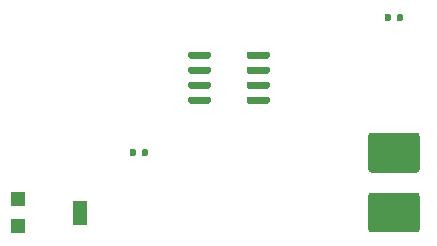
<source format=gbr>
%TF.GenerationSoftware,KiCad,Pcbnew,(5.1.9)-1*%
%TF.CreationDate,2021-03-21T15:36:50-07:00*%
%TF.ProjectId,light,6c696768-742e-46b6-9963-61645f706362,rev?*%
%TF.SameCoordinates,Original*%
%TF.FileFunction,Paste,Top*%
%TF.FilePolarity,Positive*%
%FSLAX46Y46*%
G04 Gerber Fmt 4.6, Leading zero omitted, Abs format (unit mm)*
G04 Created by KiCad (PCBNEW (5.1.9)-1) date 2021-03-21 15:36:50*
%MOMM*%
%LPD*%
G01*
G04 APERTURE LIST*
%ADD10R,1.300000X1.300000*%
%ADD11R,1.300000X2.000000*%
G04 APERTURE END LIST*
%TO.C,U1*%
G36*
G01*
X149630000Y-94465000D02*
X149630000Y-94765000D01*
G75*
G02*
X149480000Y-94915000I-150000J0D01*
G01*
X147830000Y-94915000D01*
G75*
G02*
X147680000Y-94765000I0J150000D01*
G01*
X147680000Y-94465000D01*
G75*
G02*
X147830000Y-94315000I150000J0D01*
G01*
X149480000Y-94315000D01*
G75*
G02*
X149630000Y-94465000I0J-150000D01*
G01*
G37*
G36*
G01*
X149630000Y-93195000D02*
X149630000Y-93495000D01*
G75*
G02*
X149480000Y-93645000I-150000J0D01*
G01*
X147830000Y-93645000D01*
G75*
G02*
X147680000Y-93495000I0J150000D01*
G01*
X147680000Y-93195000D01*
G75*
G02*
X147830000Y-93045000I150000J0D01*
G01*
X149480000Y-93045000D01*
G75*
G02*
X149630000Y-93195000I0J-150000D01*
G01*
G37*
G36*
G01*
X149630000Y-91925000D02*
X149630000Y-92225000D01*
G75*
G02*
X149480000Y-92375000I-150000J0D01*
G01*
X147830000Y-92375000D01*
G75*
G02*
X147680000Y-92225000I0J150000D01*
G01*
X147680000Y-91925000D01*
G75*
G02*
X147830000Y-91775000I150000J0D01*
G01*
X149480000Y-91775000D01*
G75*
G02*
X149630000Y-91925000I0J-150000D01*
G01*
G37*
G36*
G01*
X149630000Y-90655000D02*
X149630000Y-90955000D01*
G75*
G02*
X149480000Y-91105000I-150000J0D01*
G01*
X147830000Y-91105000D01*
G75*
G02*
X147680000Y-90955000I0J150000D01*
G01*
X147680000Y-90655000D01*
G75*
G02*
X147830000Y-90505000I150000J0D01*
G01*
X149480000Y-90505000D01*
G75*
G02*
X149630000Y-90655000I0J-150000D01*
G01*
G37*
G36*
G01*
X154580000Y-90655000D02*
X154580000Y-90955000D01*
G75*
G02*
X154430000Y-91105000I-150000J0D01*
G01*
X152780000Y-91105000D01*
G75*
G02*
X152630000Y-90955000I0J150000D01*
G01*
X152630000Y-90655000D01*
G75*
G02*
X152780000Y-90505000I150000J0D01*
G01*
X154430000Y-90505000D01*
G75*
G02*
X154580000Y-90655000I0J-150000D01*
G01*
G37*
G36*
G01*
X154580000Y-91925000D02*
X154580000Y-92225000D01*
G75*
G02*
X154430000Y-92375000I-150000J0D01*
G01*
X152780000Y-92375000D01*
G75*
G02*
X152630000Y-92225000I0J150000D01*
G01*
X152630000Y-91925000D01*
G75*
G02*
X152780000Y-91775000I150000J0D01*
G01*
X154430000Y-91775000D01*
G75*
G02*
X154580000Y-91925000I0J-150000D01*
G01*
G37*
G36*
G01*
X154580000Y-93195000D02*
X154580000Y-93495000D01*
G75*
G02*
X154430000Y-93645000I-150000J0D01*
G01*
X152780000Y-93645000D01*
G75*
G02*
X152630000Y-93495000I0J150000D01*
G01*
X152630000Y-93195000D01*
G75*
G02*
X152780000Y-93045000I150000J0D01*
G01*
X154430000Y-93045000D01*
G75*
G02*
X154580000Y-93195000I0J-150000D01*
G01*
G37*
G36*
G01*
X154580000Y-94465000D02*
X154580000Y-94765000D01*
G75*
G02*
X154430000Y-94915000I-150000J0D01*
G01*
X152780000Y-94915000D01*
G75*
G02*
X152630000Y-94765000I0J150000D01*
G01*
X152630000Y-94465000D01*
G75*
G02*
X152780000Y-94315000I150000J0D01*
G01*
X154430000Y-94315000D01*
G75*
G02*
X154580000Y-94465000I0J-150000D01*
G01*
G37*
%TD*%
D10*
%TO.C,RV1*%
X133290000Y-102990000D03*
D11*
X138490000Y-104140000D03*
D10*
X133290000Y-105290000D03*
%TD*%
%TO.C,R3*%
G36*
G01*
X164320000Y-87815000D02*
X164320000Y-87445000D01*
G75*
G02*
X164455000Y-87310000I135000J0D01*
G01*
X164725000Y-87310000D01*
G75*
G02*
X164860000Y-87445000I0J-135000D01*
G01*
X164860000Y-87815000D01*
G75*
G02*
X164725000Y-87950000I-135000J0D01*
G01*
X164455000Y-87950000D01*
G75*
G02*
X164320000Y-87815000I0J135000D01*
G01*
G37*
G36*
G01*
X165340000Y-87815000D02*
X165340000Y-87445000D01*
G75*
G02*
X165475000Y-87310000I135000J0D01*
G01*
X165745000Y-87310000D01*
G75*
G02*
X165880000Y-87445000I0J-135000D01*
G01*
X165880000Y-87815000D01*
G75*
G02*
X165745000Y-87950000I-135000J0D01*
G01*
X165475000Y-87950000D01*
G75*
G02*
X165340000Y-87815000I0J135000D01*
G01*
G37*
%TD*%
%TO.C,R2*%
G36*
G01*
X143270000Y-98875000D02*
X143270000Y-99245000D01*
G75*
G02*
X143135000Y-99380000I-135000J0D01*
G01*
X142865000Y-99380000D01*
G75*
G02*
X142730000Y-99245000I0J135000D01*
G01*
X142730000Y-98875000D01*
G75*
G02*
X142865000Y-98740000I135000J0D01*
G01*
X143135000Y-98740000D01*
G75*
G02*
X143270000Y-98875000I0J-135000D01*
G01*
G37*
G36*
G01*
X144290000Y-98875000D02*
X144290000Y-99245000D01*
G75*
G02*
X144155000Y-99380000I-135000J0D01*
G01*
X143885000Y-99380000D01*
G75*
G02*
X143750000Y-99245000I0J135000D01*
G01*
X143750000Y-98875000D01*
G75*
G02*
X143885000Y-98740000I135000J0D01*
G01*
X144155000Y-98740000D01*
G75*
G02*
X144290000Y-98875000I0J-135000D01*
G01*
G37*
%TD*%
%TO.C,D1*%
G36*
G01*
X163174999Y-102450000D02*
X167025001Y-102450000D01*
G75*
G02*
X167275000Y-102699999I0J-249999D01*
G01*
X167275000Y-105575001D01*
G75*
G02*
X167025001Y-105825000I-249999J0D01*
G01*
X163174999Y-105825000D01*
G75*
G02*
X162925000Y-105575001I0J249999D01*
G01*
X162925000Y-102699999D01*
G75*
G02*
X163174999Y-102450000I249999J0D01*
G01*
G37*
G36*
G01*
X163174999Y-97375000D02*
X167025001Y-97375000D01*
G75*
G02*
X167275000Y-97624999I0J-249999D01*
G01*
X167275000Y-100500001D01*
G75*
G02*
X167025001Y-100750000I-249999J0D01*
G01*
X163174999Y-100750000D01*
G75*
G02*
X162925000Y-100500001I0J249999D01*
G01*
X162925000Y-97624999D01*
G75*
G02*
X163174999Y-97375000I249999J0D01*
G01*
G37*
%TD*%
M02*

</source>
